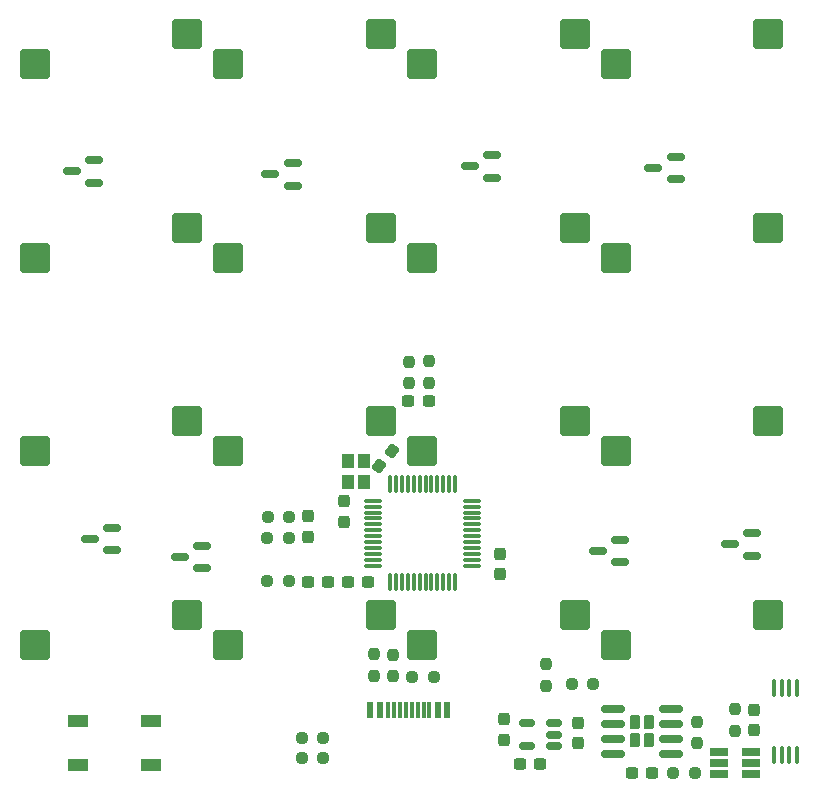
<source format=gbr>
%TF.GenerationSoftware,KiCad,Pcbnew,7.0.8*%
%TF.CreationDate,2023-10-13T15:36:56+03:00*%
%TF.ProjectId,4x4_switch,3478345f-7377-4697-9463-682e6b696361,rev?*%
%TF.SameCoordinates,Original*%
%TF.FileFunction,Paste,Bot*%
%TF.FilePolarity,Positive*%
%FSLAX46Y46*%
G04 Gerber Fmt 4.6, Leading zero omitted, Abs format (unit mm)*
G04 Created by KiCad (PCBNEW 7.0.8) date 2023-10-13 15:36:56*
%MOMM*%
%LPD*%
G01*
G04 APERTURE LIST*
G04 Aperture macros list*
%AMRoundRect*
0 Rectangle with rounded corners*
0 $1 Rounding radius*
0 $2 $3 $4 $5 $6 $7 $8 $9 X,Y pos of 4 corners*
0 Add a 4 corners polygon primitive as box body*
4,1,4,$2,$3,$4,$5,$6,$7,$8,$9,$2,$3,0*
0 Add four circle primitives for the rounded corners*
1,1,$1+$1,$2,$3*
1,1,$1+$1,$4,$5*
1,1,$1+$1,$6,$7*
1,1,$1+$1,$8,$9*
0 Add four rect primitives between the rounded corners*
20,1,$1+$1,$2,$3,$4,$5,0*
20,1,$1+$1,$4,$5,$6,$7,0*
20,1,$1+$1,$6,$7,$8,$9,0*
20,1,$1+$1,$8,$9,$2,$3,0*%
G04 Aperture macros list end*
%ADD10RoundRect,0.237500X0.250000X0.237500X-0.250000X0.237500X-0.250000X-0.237500X0.250000X-0.237500X0*%
%ADD11R,1.800000X1.100000*%
%ADD12RoundRect,0.237500X-0.250000X-0.237500X0.250000X-0.237500X0.250000X0.237500X-0.250000X0.237500X0*%
%ADD13R,1.560000X0.650000*%
%ADD14RoundRect,0.100000X0.100000X-0.637500X0.100000X0.637500X-0.100000X0.637500X-0.100000X-0.637500X0*%
%ADD15RoundRect,0.230000X0.230000X0.375000X-0.230000X0.375000X-0.230000X-0.375000X0.230000X-0.375000X0*%
%ADD16RoundRect,0.150000X0.825000X0.150000X-0.825000X0.150000X-0.825000X-0.150000X0.825000X-0.150000X0*%
%ADD17RoundRect,0.237500X0.237500X-0.250000X0.237500X0.250000X-0.237500X0.250000X-0.237500X-0.250000X0*%
%ADD18RoundRect,0.237500X-0.237500X0.250000X-0.237500X-0.250000X0.237500X-0.250000X0.237500X0.250000X0*%
%ADD19RoundRect,0.237500X0.237500X-0.300000X0.237500X0.300000X-0.237500X0.300000X-0.237500X-0.300000X0*%
%ADD20RoundRect,0.237500X0.300000X0.237500X-0.300000X0.237500X-0.300000X-0.237500X0.300000X-0.237500X0*%
%ADD21R,1.000000X1.150000*%
%ADD22RoundRect,0.237500X-0.010901X-0.382475X0.374772X0.077151X0.010901X0.382475X-0.374772X-0.077151X0*%
%ADD23RoundRect,0.237500X-0.237500X0.300000X-0.237500X-0.300000X0.237500X-0.300000X0.237500X0.300000X0*%
%ADD24RoundRect,0.250000X-1.025000X-1.000000X1.025000X-1.000000X1.025000X1.000000X-1.025000X1.000000X0*%
%ADD25RoundRect,0.150000X0.587500X0.150000X-0.587500X0.150000X-0.587500X-0.150000X0.587500X-0.150000X0*%
%ADD26RoundRect,0.237500X-0.300000X-0.237500X0.300000X-0.237500X0.300000X0.237500X-0.300000X0.237500X0*%
%ADD27R,0.600000X1.450000*%
%ADD28R,0.300000X1.450000*%
%ADD29RoundRect,0.150000X0.512500X0.150000X-0.512500X0.150000X-0.512500X-0.150000X0.512500X-0.150000X0*%
%ADD30RoundRect,0.075000X-0.075000X0.662500X-0.075000X-0.662500X0.075000X-0.662500X0.075000X0.662500X0*%
%ADD31RoundRect,0.075000X-0.662500X0.075000X-0.662500X-0.075000X0.662500X-0.075000X0.662500X0.075000X0*%
G04 APERTURE END LIST*
D10*
%TO.C,R11*%
X179261852Y-74831610D03*
X177436852Y-74831610D03*
%TD*%
D11*
%TO.C,SW1*%
X167613812Y-90383871D03*
X161413812Y-90383871D03*
X161413812Y-86683871D03*
X167613812Y-86683871D03*
%TD*%
D12*
%TO.C,R10*%
X203189911Y-83556128D03*
X205014911Y-83556128D03*
%TD*%
D13*
%TO.C,U6*%
X215683220Y-91166987D03*
X215683220Y-90216987D03*
X215683220Y-89266987D03*
X218383220Y-89266987D03*
X218383220Y-90216987D03*
X218383220Y-91166987D03*
%TD*%
D14*
%TO.C,U5*%
X222260687Y-89600616D03*
X221610687Y-89600616D03*
X220960687Y-89600616D03*
X220310687Y-89600616D03*
X220310687Y-83875616D03*
X220960687Y-83875616D03*
X221610687Y-83875616D03*
X222260687Y-83875616D03*
%TD*%
D15*
%TO.C,U4*%
X209702217Y-86785769D03*
X208562217Y-88285769D03*
X208562217Y-86785769D03*
X209702217Y-88285769D03*
D16*
X211607217Y-85630769D03*
X211607217Y-86900769D03*
X211607217Y-88170769D03*
X211607217Y-89440769D03*
X206657217Y-89440769D03*
X206657217Y-88170769D03*
X206657217Y-86900769D03*
X206657217Y-85630769D03*
%TD*%
D17*
%TO.C,R16*%
X201025786Y-83683412D03*
X201025786Y-81858412D03*
%TD*%
D18*
%TO.C,R15*%
X217024745Y-85676695D03*
X217024745Y-87501695D03*
%TD*%
D12*
%TO.C,R14*%
X211771103Y-91111939D03*
X213596103Y-91111939D03*
%TD*%
D17*
%TO.C,R13*%
X213773559Y-88567528D03*
X213773559Y-86742528D03*
%TD*%
D19*
%TO.C,C15*%
X218626643Y-87486811D03*
X218626643Y-85761811D03*
%TD*%
D20*
%TO.C,C14*%
X210010636Y-91119945D03*
X208285636Y-91119945D03*
%TD*%
D12*
%TO.C,R9*%
X189675073Y-82925137D03*
X191500073Y-82925137D03*
%TD*%
D18*
%TO.C,R8*%
X188092813Y-81068516D03*
X188092813Y-82893516D03*
%TD*%
%TO.C,R7*%
X186464342Y-81052706D03*
X186464342Y-82877706D03*
%TD*%
D12*
%TO.C,R2*%
X180334577Y-88153051D03*
X182159577Y-88153051D03*
%TD*%
%TO.C,R1*%
X180329112Y-89810463D03*
X182154112Y-89810463D03*
%TD*%
D21*
%TO.C,Y1*%
X185647378Y-64665096D03*
X185647378Y-66415096D03*
X184247378Y-66415096D03*
X184247378Y-64665096D03*
%TD*%
D22*
%TO.C,C10*%
X186875817Y-65121234D03*
X187984625Y-63799808D03*
%TD*%
D23*
%TO.C,C9*%
X183902587Y-68088190D03*
X183902587Y-69813190D03*
%TD*%
D24*
%TO.C,SW11*%
X157715000Y-63860000D03*
X170642000Y-61320000D03*
%TD*%
%TO.C,SW23*%
X206915000Y-63860000D03*
X219842000Y-61320000D03*
%TD*%
%TO.C,SW19*%
X190515000Y-63860000D03*
X203442000Y-61320000D03*
%TD*%
%TO.C,SW24*%
X206915000Y-80260000D03*
X219842000Y-77720000D03*
%TD*%
%TO.C,SW12*%
X157715000Y-80260000D03*
X170642000Y-77720000D03*
%TD*%
%TO.C,SW16*%
X174115000Y-80260000D03*
X187042000Y-77720000D03*
%TD*%
%TO.C,SW14*%
X174115000Y-47460000D03*
X187042000Y-44920000D03*
%TD*%
%TO.C,SW13*%
X174115000Y-31060000D03*
X187042000Y-28520000D03*
%TD*%
%TO.C,SW18*%
X203442000Y-44920000D03*
X190515000Y-47460000D03*
%TD*%
%TO.C,SW15*%
X174115000Y-63860000D03*
X187042000Y-61320000D03*
%TD*%
%TO.C,SW9*%
X157715000Y-31060000D03*
X170642000Y-28520000D03*
%TD*%
%TO.C,SW10*%
X157715000Y-47460000D03*
X170642000Y-44920000D03*
%TD*%
%TO.C,SW21*%
X206915000Y-31060000D03*
X219842000Y-28520000D03*
%TD*%
%TO.C,SW17*%
X190515000Y-31060000D03*
X203442000Y-28520000D03*
%TD*%
%TO.C,SW22*%
X206915000Y-47460000D03*
X219842000Y-44920000D03*
%TD*%
%TO.C,SW20*%
X203442000Y-77720000D03*
X190515000Y-80260000D03*
%TD*%
D25*
%TO.C,D10*%
X207262063Y-71359309D03*
X207262063Y-73259309D03*
X205387063Y-72309309D03*
%TD*%
D20*
%TO.C,C6*%
X191088767Y-59586857D03*
X189363767Y-59586857D03*
%TD*%
D25*
%TO.C,D9*%
X196465730Y-38786628D03*
X196465730Y-40686628D03*
X194590730Y-39736628D03*
%TD*%
D23*
%TO.C,C8*%
X180863174Y-69351689D03*
X180863174Y-71076689D03*
%TD*%
D19*
%TO.C,C5*%
X197129029Y-74265311D03*
X197129029Y-72540311D03*
%TD*%
D26*
%TO.C,C4*%
X180854692Y-74896511D03*
X182579692Y-74896511D03*
%TD*%
D25*
%TO.C,D6*%
X164300000Y-70320000D03*
X164300000Y-72220000D03*
X162425000Y-71270000D03*
%TD*%
D27*
%TO.C,P1*%
X192649042Y-85724719D03*
X191849042Y-85724719D03*
D28*
X190649042Y-85724719D03*
X189649042Y-85724719D03*
X189149042Y-85724719D03*
X188149042Y-85724719D03*
D27*
X186949042Y-85724719D03*
X186149042Y-85724719D03*
X186149042Y-85724719D03*
X186949042Y-85724719D03*
D28*
X187649042Y-85724719D03*
X188649042Y-85724719D03*
X190149042Y-85724719D03*
X191149042Y-85724719D03*
D27*
X191849042Y-85724719D03*
X192649042Y-85724719D03*
%TD*%
D17*
%TO.C,R5*%
X191110811Y-58065826D03*
X191110811Y-56240826D03*
%TD*%
D29*
%TO.C,U1*%
X201669871Y-86892103D03*
X201669871Y-87842103D03*
X201669871Y-88792103D03*
X199394871Y-88792103D03*
X199394871Y-86892103D03*
%TD*%
D26*
%TO.C,C2*%
X198802746Y-90324763D03*
X200527746Y-90324763D03*
%TD*%
D25*
%TO.C,D11*%
X211989752Y-38928550D03*
X211989752Y-40828550D03*
X210114752Y-39878550D03*
%TD*%
D20*
%TO.C,C7*%
X185951606Y-74878054D03*
X184226606Y-74878054D03*
%TD*%
D23*
%TO.C,C3*%
X197422612Y-86534557D03*
X197422612Y-88259557D03*
%TD*%
D25*
%TO.C,D12*%
X218457027Y-70788448D03*
X218457027Y-72688448D03*
X216582027Y-71738448D03*
%TD*%
%TO.C,D8*%
X171900221Y-71866727D03*
X171900221Y-73766727D03*
X170025221Y-72816727D03*
%TD*%
%TO.C,D5*%
X162760652Y-39199511D03*
X162760652Y-41099511D03*
X160885652Y-40149511D03*
%TD*%
D23*
%TO.C,C1*%
X203724053Y-86861272D03*
X203724053Y-88586272D03*
%TD*%
D10*
%TO.C,R6*%
X179284861Y-69414259D03*
X177459861Y-69414259D03*
%TD*%
D17*
%TO.C,R3*%
X189413428Y-58105267D03*
X189413428Y-56280267D03*
%TD*%
D30*
%TO.C,U2*%
X187815428Y-66621310D03*
X188315428Y-66621310D03*
X188815428Y-66621310D03*
X189315428Y-66621310D03*
X189815428Y-66621310D03*
X190315428Y-66621310D03*
X190815428Y-66621310D03*
X191315428Y-66621310D03*
X191815428Y-66621310D03*
X192315428Y-66621310D03*
X192815428Y-66621310D03*
X193315428Y-66621310D03*
D31*
X194727928Y-68033810D03*
X194727928Y-68533810D03*
X194727928Y-69033810D03*
X194727928Y-69533810D03*
X194727928Y-70033810D03*
X194727928Y-70533810D03*
X194727928Y-71033810D03*
X194727928Y-71533810D03*
X194727928Y-72033810D03*
X194727928Y-72533810D03*
X194727928Y-73033810D03*
X194727928Y-73533810D03*
D30*
X193315428Y-74946310D03*
X192815428Y-74946310D03*
X192315428Y-74946310D03*
X191815428Y-74946310D03*
X191315428Y-74946310D03*
X190815428Y-74946310D03*
X190315428Y-74946310D03*
X189815428Y-74946310D03*
X189315428Y-74946310D03*
X188815428Y-74946310D03*
X188315428Y-74946310D03*
X187815428Y-74946310D03*
D31*
X186402928Y-73533810D03*
X186402928Y-73033810D03*
X186402928Y-72533810D03*
X186402928Y-72033810D03*
X186402928Y-71533810D03*
X186402928Y-71033810D03*
X186402928Y-70533810D03*
X186402928Y-70033810D03*
X186402928Y-69533810D03*
X186402928Y-69033810D03*
X186402928Y-68533810D03*
X186402928Y-68033810D03*
%TD*%
D25*
%TO.C,D7*%
X179555383Y-39446908D03*
X179555383Y-41346908D03*
X177680383Y-40396908D03*
%TD*%
D10*
%TO.C,R4*%
X179259348Y-71149198D03*
X177434348Y-71149198D03*
%TD*%
M02*

</source>
